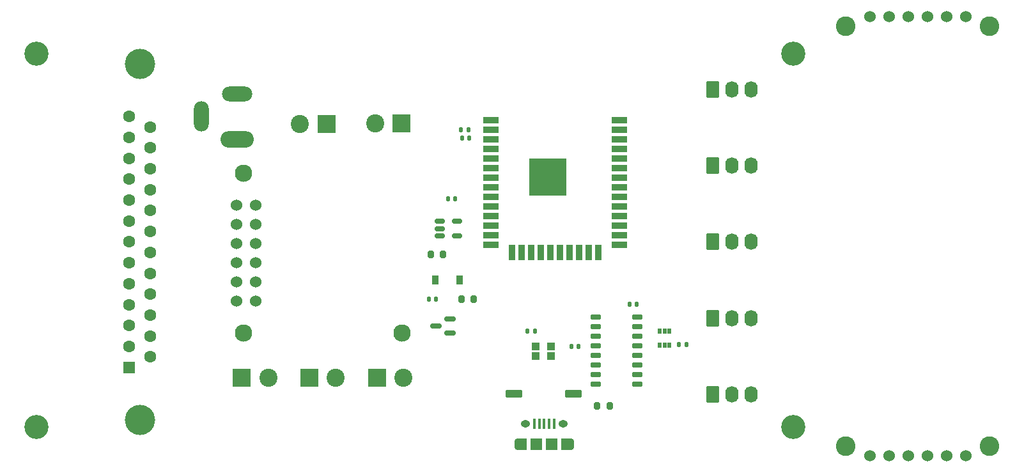
<source format=gbr>
%TF.GenerationSoftware,KiCad,Pcbnew,(6.0.0-0)*%
%TF.CreationDate,2022-12-05T15:29:03-05:00*%
%TF.ProjectId,Dome_Controller_V2,446f6d65-5f43-46f6-9e74-726f6c6c6572,2.0*%
%TF.SameCoordinates,Original*%
%TF.FileFunction,Soldermask,Top*%
%TF.FilePolarity,Negative*%
%FSLAX46Y46*%
G04 Gerber Fmt 4.6, Leading zero omitted, Abs format (unit mm)*
G04 Created by KiCad (PCBNEW (6.0.0-0)) date 2022-12-05 15:29:03*
%MOMM*%
%LPD*%
G01*
G04 APERTURE LIST*
G04 Aperture macros list*
%AMRoundRect*
0 Rectangle with rounded corners*
0 $1 Rounding radius*
0 $2 $3 $4 $5 $6 $7 $8 $9 X,Y pos of 4 corners*
0 Add a 4 corners polygon primitive as box body*
4,1,4,$2,$3,$4,$5,$6,$7,$8,$9,$2,$3,0*
0 Add four circle primitives for the rounded corners*
1,1,$1+$1,$2,$3*
1,1,$1+$1,$4,$5*
1,1,$1+$1,$6,$7*
1,1,$1+$1,$8,$9*
0 Add four rect primitives between the rounded corners*
20,1,$1+$1,$2,$3,$4,$5,0*
20,1,$1+$1,$4,$5,$6,$7,0*
20,1,$1+$1,$6,$7,$8,$9,0*
20,1,$1+$1,$8,$9,$2,$3,0*%
G04 Aperture macros list end*
%ADD10C,0.010000*%
%ADD11C,3.200000*%
%ADD12R,2.400000X2.400000*%
%ADD13C,2.400000*%
%ADD14RoundRect,0.140000X-0.140000X-0.170000X0.140000X-0.170000X0.140000X0.170000X-0.140000X0.170000X0*%
%ADD15R,1.000000X1.000000*%
%ADD16O,4.400000X2.200000*%
%ADD17O,4.000000X2.000000*%
%ADD18O,2.000000X4.000000*%
%ADD19RoundRect,0.200000X0.200000X0.275000X-0.200000X0.275000X-0.200000X-0.275000X0.200000X-0.275000X0*%
%ADD20RoundRect,0.140000X0.140000X0.170000X-0.140000X0.170000X-0.140000X-0.170000X0.140000X-0.170000X0*%
%ADD21RoundRect,0.250000X-0.620000X-0.845000X0.620000X-0.845000X0.620000X0.845000X-0.620000X0.845000X0*%
%ADD22O,1.740000X2.190000*%
%ADD23R,0.400000X1.350000*%
%ADD24R,1.200000X1.550000*%
%ADD25O,1.250000X0.950000*%
%ADD26R,1.500000X1.550000*%
%ADD27O,0.890000X1.550000*%
%ADD28RoundRect,0.200000X-0.200000X-0.275000X0.200000X-0.275000X0.200000X0.275000X-0.200000X0.275000X0*%
%ADD29R,2.000000X0.900000*%
%ADD30R,0.900000X2.000000*%
%ADD31R,5.000000X5.000000*%
%ADD32RoundRect,0.049600X-0.605400X-0.260400X0.605400X-0.260400X0.605400X0.260400X-0.605400X0.260400X0*%
%ADD33C,1.524000*%
%ADD34C,2.300000*%
%ADD35RoundRect,0.150000X0.587500X0.150000X-0.587500X0.150000X-0.587500X-0.150000X0.587500X-0.150000X0*%
%ADD36RoundRect,0.150000X-0.512500X-0.150000X0.512500X-0.150000X0.512500X0.150000X-0.512500X0.150000X0*%
%ADD37R,0.914400X1.219200*%
%ADD38C,2.600000*%
%ADD39RoundRect,0.135000X-0.135000X-0.185000X0.135000X-0.185000X0.135000X0.185000X-0.135000X0.185000X0*%
%ADD40C,4.000000*%
%ADD41R,1.600000X1.600000*%
%ADD42C,1.600000*%
%ADD43RoundRect,0.100000X-1.000000X-0.400000X1.000000X-0.400000X1.000000X0.400000X-1.000000X0.400000X0*%
G04 APERTURE END LIST*
D10*
%TO.C,U5*%
X132101000Y-93202800D02*
X132101000Y-93827800D01*
X132101000Y-93827800D02*
X131701000Y-93827800D01*
X131701000Y-93827800D02*
X131701000Y-93202800D01*
X131701000Y-93202800D02*
X132101000Y-93202800D01*
G36*
X132101000Y-93827800D02*
G01*
X131701000Y-93827800D01*
X131701000Y-93202800D01*
X132101000Y-93202800D01*
X132101000Y-93827800D01*
G37*
X132101000Y-93827800D02*
X131701000Y-93827800D01*
X131701000Y-93202800D01*
X132101000Y-93202800D01*
X132101000Y-93827800D01*
X131451000Y-93202800D02*
X131451000Y-93827800D01*
X131451000Y-93827800D02*
X131051000Y-93827800D01*
X131051000Y-93827800D02*
X131051000Y-93202800D01*
X131051000Y-93202800D02*
X131451000Y-93202800D01*
G36*
X131451000Y-93827800D02*
G01*
X131051000Y-93827800D01*
X131051000Y-93202800D01*
X131451000Y-93202800D01*
X131451000Y-93827800D01*
G37*
X131451000Y-93827800D02*
X131051000Y-93827800D01*
X131051000Y-93202800D01*
X131451000Y-93202800D01*
X131451000Y-93827800D01*
X131451000Y-95027800D02*
X131451000Y-95652800D01*
X131451000Y-95652800D02*
X131051000Y-95652800D01*
X131051000Y-95652800D02*
X131051000Y-95027800D01*
X131051000Y-95027800D02*
X131451000Y-95027800D01*
G36*
X131451000Y-95652800D02*
G01*
X131051000Y-95652800D01*
X131051000Y-95027800D01*
X131451000Y-95027800D01*
X131451000Y-95652800D01*
G37*
X131451000Y-95652800D02*
X131051000Y-95652800D01*
X131051000Y-95027800D01*
X131451000Y-95027800D01*
X131451000Y-95652800D01*
X132751000Y-93202800D02*
X132751000Y-93827800D01*
X132751000Y-93827800D02*
X132351000Y-93827800D01*
X132351000Y-93827800D02*
X132351000Y-93202800D01*
X132351000Y-93202800D02*
X132751000Y-93202800D01*
G36*
X132751000Y-93827800D02*
G01*
X132351000Y-93827800D01*
X132351000Y-93202800D01*
X132751000Y-93202800D01*
X132751000Y-93827800D01*
G37*
X132751000Y-93827800D02*
X132351000Y-93827800D01*
X132351000Y-93202800D01*
X132751000Y-93202800D01*
X132751000Y-93827800D01*
X132751000Y-95027800D02*
X132751000Y-95652800D01*
X132751000Y-95652800D02*
X132351000Y-95652800D01*
X132351000Y-95652800D02*
X132351000Y-95027800D01*
X132351000Y-95027800D02*
X132751000Y-95027800D01*
G36*
X132751000Y-95652800D02*
G01*
X132351000Y-95652800D01*
X132351000Y-95027800D01*
X132751000Y-95027800D01*
X132751000Y-95652800D01*
G37*
X132751000Y-95652800D02*
X132351000Y-95652800D01*
X132351000Y-95027800D01*
X132751000Y-95027800D01*
X132751000Y-95652800D01*
X132101000Y-95027800D02*
X132101000Y-95652800D01*
X132101000Y-95652800D02*
X131701000Y-95652800D01*
X131701000Y-95652800D02*
X131701000Y-95027800D01*
X131701000Y-95027800D02*
X132101000Y-95027800D01*
G36*
X132101000Y-95652800D02*
G01*
X131701000Y-95652800D01*
X131701000Y-95027800D01*
X132101000Y-95027800D01*
X132101000Y-95652800D01*
G37*
X132101000Y-95652800D02*
X131701000Y-95652800D01*
X131701000Y-95027800D01*
X132101000Y-95027800D01*
X132101000Y-95652800D01*
%TD*%
D11*
%TO.C,REF\u002A\u002A*%
X48750000Y-106250000D03*
%TD*%
D12*
%TO.C,J7*%
X75960000Y-99686000D03*
D13*
X79460000Y-99686000D03*
%TD*%
D14*
%TO.C,C5*%
X100734000Y-89292000D03*
X101694000Y-89292000D03*
%TD*%
D15*
%TO.C,L1*%
X116881000Y-96845000D03*
X116881000Y-95545000D03*
X114851000Y-95545000D03*
X114851000Y-96845000D03*
%TD*%
D16*
%TO.C,J14*%
X75314000Y-68124000D03*
D17*
X75314000Y-62124000D03*
D18*
X70614000Y-65124000D03*
%TD*%
D19*
%TO.C,R3*%
X102613000Y-83374000D03*
X100963000Y-83374000D03*
%TD*%
D14*
%TO.C,C1*%
X133856000Y-95314000D03*
X134816000Y-95314000D03*
%TD*%
D20*
%TO.C,C4*%
X120548000Y-95556000D03*
X119588000Y-95556000D03*
%TD*%
D21*
%TO.C,J4*%
X138342000Y-81723000D03*
D22*
X140882000Y-81723000D03*
X143422000Y-81723000D03*
%TD*%
D23*
%TO.C,J1*%
X114688000Y-105808000D03*
X115338000Y-105808000D03*
X115988000Y-105808000D03*
X116638000Y-105808000D03*
X117288000Y-105808000D03*
D24*
X113088000Y-108508000D03*
D25*
X118488000Y-105808000D03*
D26*
X114988000Y-108508000D03*
D27*
X112488000Y-108508000D03*
X119488000Y-108508000D03*
D25*
X113488000Y-105808000D03*
D24*
X118888000Y-108508000D03*
D26*
X116988000Y-108508000D03*
%TD*%
D20*
%TO.C,C3*%
X106052000Y-68002000D03*
X105092000Y-68002000D03*
%TD*%
D28*
%TO.C,R2*%
X105009000Y-89300000D03*
X106659000Y-89300000D03*
%TD*%
D21*
%TO.C,J10*%
X138342000Y-61534000D03*
D22*
X140882000Y-61534000D03*
X143422000Y-61534000D03*
%TD*%
D20*
%TO.C,C7*%
X104216000Y-75998000D03*
X103256000Y-75998000D03*
%TD*%
%TO.C,C2*%
X105960000Y-66878000D03*
X105000000Y-66878000D03*
%TD*%
D12*
%TO.C,J9*%
X84899000Y-99686000D03*
D13*
X88399000Y-99686000D03*
%TD*%
D21*
%TO.C,J11*%
X138342000Y-91817500D03*
D22*
X140882000Y-91817500D03*
X143422000Y-91817500D03*
%TD*%
D29*
%TO.C,U1*%
X108956000Y-65637000D03*
X108956000Y-66907000D03*
X108956000Y-68177000D03*
X108956000Y-69447000D03*
X108956000Y-70717000D03*
X108956000Y-71987000D03*
X108956000Y-73257000D03*
X108956000Y-74527000D03*
X108956000Y-75797000D03*
X108956000Y-77067000D03*
X108956000Y-78337000D03*
X108956000Y-79607000D03*
X108956000Y-80877000D03*
X108956000Y-82147000D03*
D30*
X111741000Y-83147000D03*
X113011000Y-83147000D03*
X114281000Y-83147000D03*
X115551000Y-83147000D03*
X116821000Y-83147000D03*
X118091000Y-83147000D03*
X119361000Y-83147000D03*
X120631000Y-83147000D03*
X121901000Y-83147000D03*
X123171000Y-83147000D03*
D29*
X125956000Y-82147000D03*
X125956000Y-80877000D03*
X125956000Y-79607000D03*
X125956000Y-78337000D03*
X125956000Y-77067000D03*
X125956000Y-75797000D03*
X125956000Y-74527000D03*
X125956000Y-73257000D03*
X125956000Y-71987000D03*
X125956000Y-70717000D03*
X125956000Y-69447000D03*
X125956000Y-68177000D03*
X125956000Y-66907000D03*
X125956000Y-65637000D03*
D31*
X116456000Y-73137000D03*
%TD*%
D32*
%TO.C,U4*%
X122801000Y-91635000D03*
X122801000Y-92905000D03*
X122801000Y-94175000D03*
X122801000Y-95445000D03*
X122801000Y-96715000D03*
X122801000Y-97985000D03*
X122801000Y-99255000D03*
X122801000Y-100525000D03*
X128301000Y-100525000D03*
X128301000Y-99255000D03*
X128301000Y-97985000D03*
X128301000Y-96715000D03*
X128301000Y-95445000D03*
X128301000Y-94175000D03*
X128301000Y-92905000D03*
X128301000Y-91635000D03*
%TD*%
D12*
%TO.C,J8*%
X93838000Y-99686000D03*
D13*
X97338000Y-99686000D03*
%TD*%
D33*
%TO.C,U6*%
X75279000Y-76841000D03*
X75279000Y-79381000D03*
X75279000Y-81921000D03*
X75279000Y-84461000D03*
X75279000Y-87001000D03*
X75279000Y-89541000D03*
X77819000Y-89541000D03*
X77819000Y-87001000D03*
X77819000Y-84461000D03*
X77819000Y-81921000D03*
X77819000Y-79381000D03*
X77819000Y-76841000D03*
D34*
X76209000Y-72591000D03*
X76209000Y-93791000D03*
X97209000Y-93791000D03*
%TD*%
D20*
%TO.C,C6*%
X128288000Y-89980000D03*
X127328000Y-89980000D03*
%TD*%
D35*
%TO.C,U2*%
X103517500Y-93816000D03*
X103517500Y-91916000D03*
X101642500Y-92866000D03*
%TD*%
D12*
%TO.C,J5*%
X87160000Y-66064000D03*
D13*
X83660000Y-66064000D03*
%TD*%
D36*
%TO.C,U3*%
X102178500Y-79000000D03*
X102178500Y-79950000D03*
X102178500Y-80900000D03*
X104453500Y-80900000D03*
X104453500Y-79000000D03*
%TD*%
D11*
%TO.C,REF\u002A\u002A*%
X48750000Y-56750000D03*
%TD*%
D37*
%TO.C,CR1*%
X104820800Y-86742500D03*
X101544200Y-86742500D03*
%TD*%
D33*
%TO.C,U7*%
X159144000Y-110077000D03*
X161684000Y-110077000D03*
X164224000Y-110077000D03*
X166764000Y-110077000D03*
X169304000Y-110077000D03*
X171844000Y-110077000D03*
X159144000Y-51911000D03*
X161684000Y-51911000D03*
X164224000Y-51911000D03*
X166764000Y-51911000D03*
X169304000Y-51911000D03*
X171844000Y-51911000D03*
D38*
X155969000Y-53181000D03*
X175019000Y-53181000D03*
X175019000Y-108807000D03*
X155969000Y-108807000D03*
%TD*%
D11*
%TO.C,REF\u002A\u002A*%
X149000000Y-106250000D03*
%TD*%
D12*
%TO.C,J6*%
X97086000Y-66060000D03*
D13*
X93586000Y-66060000D03*
%TD*%
D39*
%TO.C,R4*%
X113764000Y-93558000D03*
X114784000Y-93558000D03*
%TD*%
D40*
%TO.C,J13*%
X62423338Y-105272000D03*
X62423338Y-58172000D03*
D41*
X61003338Y-98342000D03*
D42*
X61003338Y-95572000D03*
X61003338Y-92802000D03*
X61003338Y-90032000D03*
X61003338Y-87262000D03*
X61003338Y-84492000D03*
X61003338Y-81722000D03*
X61003338Y-78952000D03*
X61003338Y-76182000D03*
X61003338Y-73412000D03*
X61003338Y-70642000D03*
X61003338Y-67872000D03*
X61003338Y-65102000D03*
X63843338Y-96957000D03*
X63843338Y-94187000D03*
X63843338Y-91417000D03*
X63843338Y-88647000D03*
X63843338Y-85877000D03*
X63843338Y-83107000D03*
X63843338Y-80337000D03*
X63843338Y-77567000D03*
X63843338Y-74797000D03*
X63843338Y-72027000D03*
X63843338Y-69257000D03*
X63843338Y-66487000D03*
%TD*%
D21*
%TO.C,J12*%
X138342000Y-71628500D03*
D22*
X140882000Y-71628500D03*
X143422000Y-71628500D03*
%TD*%
D11*
%TO.C,REF\u002A\u002A*%
X149000000Y-56750000D03*
%TD*%
D19*
%TO.C,R1*%
X124657000Y-103440000D03*
X123007000Y-103440000D03*
%TD*%
D43*
%TO.C,SW1*%
X112027000Y-101841000D03*
X119827000Y-101841000D03*
%TD*%
D21*
%TO.C,J16*%
X138342000Y-101912000D03*
D22*
X140882000Y-101912000D03*
X143422000Y-101912000D03*
%TD*%
M02*

</source>
